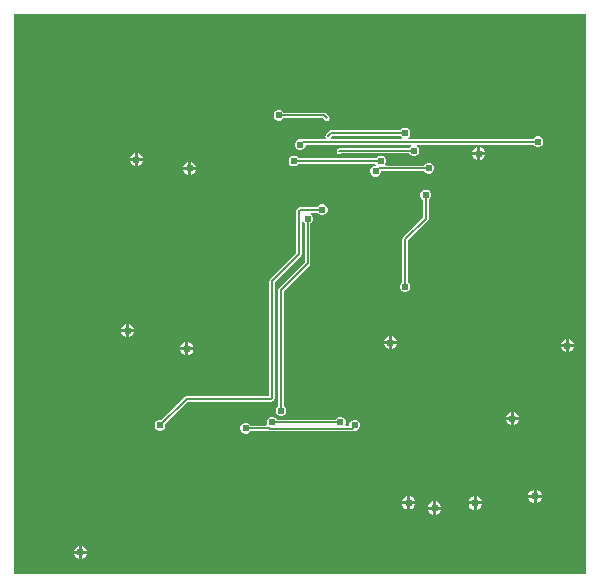
<source format=gbl>
G04*
G04 #@! TF.GenerationSoftware,Altium Limited,Altium Designer,22.9.1 (49)*
G04*
G04 Layer_Physical_Order=2*
G04 Layer_Color=16711680*
%FSLAX44Y44*%
%MOMM*%
G71*
G04*
G04 #@! TF.SameCoordinates,C56BC410-7C05-4C87-A6CA-29577A5DDFC1*
G04*
G04*
G04 #@! TF.FilePolarity,Positive*
G04*
G01*
G75*
%ADD40C,0.1524*%
%ADD41C,0.6096*%
G36*
X810856Y621643D02*
X326643D01*
Y1095856D01*
X810856D01*
Y621643D01*
D02*
G37*
%LPC*%
G36*
X551581Y1014476D02*
X549763D01*
X548082Y1013780D01*
X546796Y1012494D01*
X546100Y1010813D01*
Y1008995D01*
X546796Y1007314D01*
X548082Y1006028D01*
X549763Y1005332D01*
X551581D01*
X553262Y1006028D01*
X554548Y1007314D01*
X554655Y1007573D01*
X587893D01*
X589615Y1005852D01*
X590371Y1005347D01*
X591263Y1005169D01*
X592155Y1005347D01*
X592911Y1005852D01*
X593416Y1006608D01*
X593593Y1007500D01*
X593416Y1008392D01*
X592911Y1009148D01*
X590507Y1011552D01*
X589751Y1012057D01*
X588859Y1012235D01*
X554655D01*
X554548Y1012494D01*
X553262Y1013780D01*
X551581Y1014476D01*
D02*
G37*
G36*
X658409Y999572D02*
X656590D01*
X654910Y998876D01*
X653624Y997590D01*
X653517Y997331D01*
X595000D01*
X594108Y997153D01*
X593352Y996648D01*
X590752Y994048D01*
X590247Y993292D01*
X590069Y992400D01*
X590247Y991508D01*
X590484Y991153D01*
X589956Y989919D01*
X589921Y989883D01*
X571246D01*
X570354Y989705D01*
X569959Y989442D01*
X569615Y989584D01*
X567797D01*
X566116Y988888D01*
X564830Y987602D01*
X564134Y985921D01*
Y984103D01*
X564830Y982422D01*
X566116Y981136D01*
X567797Y980440D01*
X569615D01*
X571296Y981136D01*
X572582Y982422D01*
X573278Y984103D01*
Y985221D01*
X662339D01*
X662592Y983951D01*
X662410Y983876D01*
X661124Y982590D01*
X661017Y982331D01*
X602500D01*
X602057Y982243D01*
X601609Y982154D01*
X601609Y982153D01*
X601608Y982153D01*
X601249Y981913D01*
X600853Y981649D01*
X600252Y981049D01*
X599747Y980293D01*
X599569Y979401D01*
X599746Y978509D01*
X600251Y977753D01*
X601007Y977247D01*
X601899Y977069D01*
X602791Y977246D01*
X603424Y977669D01*
X661017D01*
X661124Y977410D01*
X662410Y976124D01*
X664090Y975428D01*
X665909D01*
X667590Y976124D01*
X668876Y977410D01*
X669572Y979091D01*
Y980910D01*
X668876Y982590D01*
X667590Y983876D01*
X667408Y983951D01*
X667661Y985221D01*
X766068D01*
X766176Y984962D01*
X767462Y983676D01*
X769142Y982980D01*
X770961D01*
X772642Y983676D01*
X773928Y984962D01*
X774624Y986643D01*
Y988461D01*
X773928Y990142D01*
X772642Y991428D01*
X770961Y992124D01*
X769142D01*
X767462Y991428D01*
X766176Y990142D01*
X766068Y989883D01*
X660412D01*
X660124Y990993D01*
X660119Y991153D01*
X661376Y992410D01*
X662072Y994090D01*
Y995909D01*
X661376Y997590D01*
X660090Y998876D01*
X658409Y999572D01*
D02*
G37*
G36*
X721270Y983022D02*
Y978770D01*
X725522D01*
X724737Y980665D01*
X723165Y982237D01*
X721270Y983022D01*
D02*
G37*
G36*
X718730D02*
X716835Y982237D01*
X715263Y980665D01*
X714478Y978770D01*
X718730D01*
Y983022D01*
D02*
G37*
G36*
X431270Y978022D02*
Y973770D01*
X435522D01*
X434737Y975665D01*
X433165Y977237D01*
X431270Y978022D01*
D02*
G37*
G36*
X428730D02*
X426835Y977237D01*
X425263Y975665D01*
X424478Y973770D01*
X428730D01*
Y978022D01*
D02*
G37*
G36*
X637687Y975868D02*
X635869D01*
X634188Y975172D01*
X632902Y973886D01*
X632795Y973627D01*
X567355D01*
X567248Y973886D01*
X565962Y975172D01*
X564281Y975868D01*
X562463D01*
X560782Y975172D01*
X559496Y973886D01*
X558800Y972205D01*
Y970387D01*
X559496Y968706D01*
X560782Y967420D01*
X562463Y966724D01*
X564281D01*
X565962Y967420D01*
X567248Y968706D01*
X567355Y968965D01*
X632230D01*
X632662Y968342D01*
X631999Y967072D01*
X631591D01*
X629910Y966376D01*
X628624Y965090D01*
X627928Y963409D01*
Y961591D01*
X628624Y959910D01*
X629910Y958624D01*
X631591Y957928D01*
X633409D01*
X635090Y958624D01*
X636376Y959910D01*
X637072Y961591D01*
Y962704D01*
X673551D01*
X673658Y962445D01*
X674945Y961158D01*
X676625Y960462D01*
X678444D01*
X680124Y961158D01*
X681410Y962445D01*
X682106Y964125D01*
Y965944D01*
X681410Y967624D01*
X680124Y968910D01*
X678444Y969606D01*
X676625D01*
X674945Y968910D01*
X673658Y967624D01*
X673551Y967365D01*
X641109D01*
X640583Y968635D01*
X640654Y968706D01*
X641350Y970387D01*
Y972205D01*
X640654Y973886D01*
X639368Y975172D01*
X637687Y975868D01*
D02*
G37*
G36*
X725522Y976230D02*
X721270D01*
Y971978D01*
X723165Y972763D01*
X724737Y974335D01*
X725522Y976230D01*
D02*
G37*
G36*
X718730D02*
X714478D01*
X715263Y974335D01*
X716835Y972763D01*
X718730Y971978D01*
Y976230D01*
D02*
G37*
G36*
X435522Y971230D02*
X431270D01*
Y966978D01*
X433165Y967763D01*
X434737Y969335D01*
X435522Y971230D01*
D02*
G37*
G36*
X428730D02*
X424478D01*
X425263Y969335D01*
X426835Y967763D01*
X428730Y966978D01*
Y971230D01*
D02*
G37*
G36*
X476270Y970522D02*
Y966270D01*
X480522D01*
X479737Y968165D01*
X478165Y969737D01*
X476270Y970522D01*
D02*
G37*
G36*
X473730D02*
X471835Y969737D01*
X470263Y968165D01*
X469478Y966270D01*
X473730D01*
Y970522D01*
D02*
G37*
G36*
X480522Y963730D02*
X476270D01*
Y959478D01*
X478165Y960263D01*
X479737Y961835D01*
X480522Y963730D01*
D02*
G37*
G36*
X473730D02*
X469478D01*
X470263Y961835D01*
X471835Y960263D01*
X473730Y959478D01*
Y963730D01*
D02*
G37*
G36*
X588409Y934572D02*
X586590D01*
X584910Y933876D01*
X583624Y932590D01*
X583517Y932331D01*
X568393D01*
X568392Y932331D01*
X568392Y932331D01*
X567948Y932243D01*
X567501Y932153D01*
X567500Y932153D01*
X567500Y932153D01*
X567120Y931899D01*
X566744Y931648D01*
X566744Y931648D01*
X566744Y931648D01*
X565851Y930755D01*
X565581Y930349D01*
X565347Y929999D01*
X565347Y929999D01*
X565346Y929998D01*
X565257Y929550D01*
X565169Y929107D01*
Y893465D01*
X543352Y871648D01*
X542847Y870892D01*
X542669Y870000D01*
Y772331D01*
X472500D01*
X471609Y772153D01*
X470852Y771648D01*
X451169Y751964D01*
X450910Y752072D01*
X449091D01*
X447410Y751376D01*
X446124Y750089D01*
X445428Y748409D01*
Y746590D01*
X446124Y744910D01*
X447410Y743624D01*
X449091Y742928D01*
X450910D01*
X452590Y743624D01*
X453876Y744910D01*
X454572Y746590D01*
Y748409D01*
X454465Y748668D01*
X473466Y767669D01*
X544107D01*
X544550Y767757D01*
X544999Y767846D01*
X544999Y767847D01*
X544999Y767847D01*
X545349Y768081D01*
X545755Y768351D01*
X546648Y769244D01*
X546648Y769244D01*
X546648Y769244D01*
X546899Y769620D01*
X547153Y770000D01*
X547153Y770000D01*
X547154Y770001D01*
X547243Y770448D01*
X547331Y770892D01*
X547331Y770892D01*
X547331Y770892D01*
Y869034D01*
X569148Y890852D01*
X569653Y891608D01*
X569831Y892500D01*
Y919714D01*
X571101Y919967D01*
X571124Y919910D01*
X572410Y918624D01*
X572669Y918517D01*
Y885965D01*
X550852Y864148D01*
X550346Y863392D01*
X550169Y862500D01*
Y763983D01*
X549910Y763876D01*
X548624Y762590D01*
X547928Y760909D01*
Y759091D01*
X548624Y757410D01*
X549910Y756124D01*
X551590Y755428D01*
X553409D01*
X555090Y756124D01*
X556376Y757410D01*
X557072Y759091D01*
Y760909D01*
X556376Y762590D01*
X555090Y763876D01*
X554831Y763983D01*
Y861535D01*
X576648Y883352D01*
X577154Y884108D01*
X577331Y885000D01*
Y918517D01*
X577590Y918624D01*
X578876Y919910D01*
X579572Y921591D01*
Y923410D01*
X578876Y925090D01*
X577590Y926376D01*
X577533Y926399D01*
X577786Y927669D01*
X583517D01*
X583624Y927410D01*
X584910Y926124D01*
X586590Y925428D01*
X588409D01*
X590090Y926124D01*
X591376Y927410D01*
X592072Y929091D01*
Y930910D01*
X591376Y932590D01*
X590090Y933876D01*
X588409Y934572D01*
D02*
G37*
G36*
X675909Y947072D02*
X674091D01*
X672410Y946376D01*
X671124Y945090D01*
X670428Y943409D01*
Y941591D01*
X671124Y939910D01*
X672410Y938624D01*
X672669Y938517D01*
Y923465D01*
X655852Y906648D01*
X655347Y905892D01*
X655169Y905000D01*
Y868983D01*
X654910Y868876D01*
X653624Y867590D01*
X652928Y865909D01*
Y864091D01*
X653624Y862410D01*
X654910Y861124D01*
X656591Y860428D01*
X658409D01*
X660090Y861124D01*
X661376Y862410D01*
X662072Y864091D01*
Y865909D01*
X661376Y867590D01*
X660090Y868876D01*
X659831Y868983D01*
Y904035D01*
X676648Y920852D01*
X677153Y921608D01*
X677331Y922500D01*
Y938517D01*
X677590Y938624D01*
X678876Y939910D01*
X679572Y941591D01*
Y943409D01*
X678876Y945090D01*
X677590Y946376D01*
X675909Y947072D01*
D02*
G37*
G36*
X423770Y833022D02*
Y828770D01*
X428022D01*
X427237Y830665D01*
X425665Y832237D01*
X423770Y833022D01*
D02*
G37*
G36*
X421230D02*
X419335Y832237D01*
X417763Y830665D01*
X416978Y828770D01*
X421230D01*
Y833022D01*
D02*
G37*
G36*
X428022Y826230D02*
X423770D01*
Y821978D01*
X425665Y822763D01*
X427237Y824335D01*
X428022Y826230D01*
D02*
G37*
G36*
X421230D02*
X416978D01*
X417763Y824335D01*
X419335Y822763D01*
X421230Y821978D01*
Y826230D01*
D02*
G37*
G36*
X646270Y823022D02*
Y818770D01*
X650522D01*
X649737Y820665D01*
X648165Y822237D01*
X646270Y823022D01*
D02*
G37*
G36*
X643730D02*
X641835Y822237D01*
X640263Y820665D01*
X639478Y818770D01*
X643730D01*
Y823022D01*
D02*
G37*
G36*
X796270Y820522D02*
Y816270D01*
X800522D01*
X799737Y818165D01*
X798165Y819737D01*
X796270Y820522D01*
D02*
G37*
G36*
X793730D02*
X791835Y819737D01*
X790263Y818165D01*
X789478Y816270D01*
X793730D01*
Y820522D01*
D02*
G37*
G36*
X474070Y818022D02*
Y813770D01*
X478322D01*
X477537Y815665D01*
X475965Y817237D01*
X474070Y818022D01*
D02*
G37*
G36*
X471530D02*
X469635Y817237D01*
X468063Y815665D01*
X467277Y813770D01*
X471530D01*
Y818022D01*
D02*
G37*
G36*
X650522Y816230D02*
X646270D01*
Y811978D01*
X648165Y812763D01*
X649737Y814335D01*
X650522Y816230D01*
D02*
G37*
G36*
X643730D02*
X639478D01*
X640263Y814335D01*
X641835Y812763D01*
X643730Y811978D01*
Y816230D01*
D02*
G37*
G36*
X800522Y813730D02*
X796270D01*
Y809478D01*
X798165Y810263D01*
X799737Y811835D01*
X800522Y813730D01*
D02*
G37*
G36*
X793730D02*
X789478D01*
X790263Y811835D01*
X791835Y810263D01*
X793730Y809478D01*
Y813730D01*
D02*
G37*
G36*
X478322Y811230D02*
X474070D01*
Y806978D01*
X475965Y807763D01*
X477537Y809335D01*
X478322Y811230D01*
D02*
G37*
G36*
X471530D02*
X467277D01*
X468063Y809335D01*
X469635Y807763D01*
X471530Y806978D01*
Y811230D01*
D02*
G37*
G36*
X749520Y758772D02*
Y754520D01*
X753772D01*
X752987Y756415D01*
X751415Y757987D01*
X749520Y758772D01*
D02*
G37*
G36*
X746980D02*
X745085Y757987D01*
X743513Y756415D01*
X742728Y754520D01*
X746980D01*
Y758772D01*
D02*
G37*
G36*
X603410Y754572D02*
X601591D01*
X599910Y753876D01*
X598624Y752590D01*
X598517Y752331D01*
X548983D01*
X548876Y752590D01*
X547590Y753876D01*
X545910Y754572D01*
X544091D01*
X542410Y753876D01*
X541124Y752590D01*
X540428Y750909D01*
Y749091D01*
X540631Y748601D01*
X539783Y747331D01*
X526483D01*
X526376Y747590D01*
X525090Y748876D01*
X523409Y749572D01*
X521590D01*
X519910Y748876D01*
X518624Y747590D01*
X517928Y745909D01*
Y744090D01*
X518624Y742410D01*
X519910Y741124D01*
X521590Y740428D01*
X523409D01*
X525090Y741124D01*
X526376Y742410D01*
X526483Y742669D01*
X541665D01*
X541898Y742513D01*
X542790Y742335D01*
X612166D01*
X613058Y742513D01*
X613814Y743018D01*
X613831Y743035D01*
X614090Y742928D01*
X615909D01*
X617590Y743624D01*
X618876Y744910D01*
X619572Y746591D01*
Y748409D01*
X618876Y750090D01*
X617590Y751376D01*
X615909Y752072D01*
X614090D01*
X612410Y751376D01*
X611124Y750090D01*
X610428Y748409D01*
Y746997D01*
X607580D01*
X606731Y748267D01*
X607072Y749091D01*
Y750909D01*
X606376Y752590D01*
X605090Y753876D01*
X603410Y754572D01*
D02*
G37*
G36*
X753772Y751980D02*
X749520D01*
Y747728D01*
X751415Y748513D01*
X752987Y750085D01*
X753772Y751980D01*
D02*
G37*
G36*
X746980D02*
X742728D01*
X743513Y750085D01*
X745085Y748513D01*
X746980Y747728D01*
Y751980D01*
D02*
G37*
G36*
X768770Y693023D02*
Y688770D01*
X773022D01*
X772237Y690666D01*
X770665Y692237D01*
X768770Y693023D01*
D02*
G37*
G36*
X766230D02*
X764335Y692237D01*
X762763Y690666D01*
X761978Y688770D01*
X766230D01*
Y693023D01*
D02*
G37*
G36*
X661970Y687322D02*
Y683070D01*
X666223D01*
X665437Y684965D01*
X663866Y686537D01*
X661970Y687322D01*
D02*
G37*
G36*
X659430D02*
X657535Y686537D01*
X655963Y684965D01*
X655178Y683070D01*
X659430D01*
Y687322D01*
D02*
G37*
G36*
X718020Y687272D02*
Y683020D01*
X722272D01*
X721487Y684915D01*
X719915Y686487D01*
X718020Y687272D01*
D02*
G37*
G36*
X715480D02*
X713585Y686487D01*
X712013Y684915D01*
X711227Y683020D01*
X715480D01*
Y687272D01*
D02*
G37*
G36*
X773022Y686230D02*
X768770D01*
Y681978D01*
X770665Y682763D01*
X772237Y684335D01*
X773022Y686230D01*
D02*
G37*
G36*
X766230D02*
X761978D01*
X762763Y684335D01*
X764335Y682763D01*
X766230Y681978D01*
Y686230D01*
D02*
G37*
G36*
X683770Y683022D02*
Y678770D01*
X688022D01*
X687237Y680665D01*
X685665Y682237D01*
X683770Y683022D01*
D02*
G37*
G36*
X681230D02*
X679335Y682237D01*
X677763Y680665D01*
X676978Y678770D01*
X681230D01*
Y683022D01*
D02*
G37*
G36*
X666223Y680530D02*
X661970D01*
Y676277D01*
X663866Y677063D01*
X665437Y678634D01*
X666223Y680530D01*
D02*
G37*
G36*
X659430D02*
X655178D01*
X655963Y678634D01*
X657535Y677063D01*
X659430Y676277D01*
Y680530D01*
D02*
G37*
G36*
X722272Y680480D02*
X718020D01*
Y676228D01*
X719915Y677013D01*
X721487Y678585D01*
X722272Y680480D01*
D02*
G37*
G36*
X715480D02*
X711227D01*
X712013Y678585D01*
X713585Y677013D01*
X715480Y676228D01*
Y680480D01*
D02*
G37*
G36*
X688022Y676230D02*
X683770D01*
Y671978D01*
X685665Y672763D01*
X687237Y674335D01*
X688022Y676230D01*
D02*
G37*
G36*
X681230D02*
X676978D01*
X677763Y674335D01*
X679335Y672763D01*
X681230Y671978D01*
Y676230D01*
D02*
G37*
G36*
X383770Y645522D02*
Y641270D01*
X388022D01*
X387237Y643165D01*
X385665Y644737D01*
X383770Y645522D01*
D02*
G37*
G36*
X381230D02*
X379335Y644737D01*
X377763Y643165D01*
X376978Y641270D01*
X381230D01*
Y645522D01*
D02*
G37*
G36*
X388022Y638730D02*
X383770D01*
Y634478D01*
X385665Y635263D01*
X387237Y636835D01*
X388022Y638730D01*
D02*
G37*
G36*
X381230D02*
X376978D01*
X377763Y636835D01*
X379335Y635263D01*
X381230Y634478D01*
Y638730D01*
D02*
G37*
%LPD*%
G36*
X653624Y992410D02*
X654881Y991153D01*
X654876Y990993D01*
X654587Y989883D01*
X594975D01*
X594449Y991153D01*
X595965Y992669D01*
X653517D01*
X653624Y992410D01*
D02*
G37*
D40*
X472500Y770000D02*
X544107D01*
X450000Y747500D02*
X472500Y770000D01*
X544107D02*
X545000Y770892D01*
X612166Y744666D02*
X615000Y747500D01*
X657500Y865000D02*
Y905000D01*
X675000Y922500D01*
Y942500D01*
X545000Y750000D02*
X602500D01*
X522500Y745000D02*
X542457D01*
X552500Y760000D02*
Y862500D01*
X542457Y745000D02*
X542790Y744666D01*
X612166D01*
X632500Y962500D02*
X635034Y965034D01*
X677534D01*
X563372Y971296D02*
X636778D01*
X575000Y885000D02*
Y922500D01*
X552500Y862500D02*
X575000Y885000D01*
X568393Y930000D02*
X587500D01*
X567500Y892500D02*
Y929107D01*
X545000Y770892D02*
Y870000D01*
X567500Y929107D02*
X568393Y930000D01*
X545000Y870000D02*
X567500Y892500D01*
X571246Y987552D02*
X770052D01*
X568706Y985012D02*
X571246Y987552D01*
X588859Y1009904D02*
X591263Y1007500D01*
X550672Y1009904D02*
X588859D01*
X602500Y980000D02*
X665000D01*
X601900Y979400D02*
X602500Y980000D01*
X595000Y995000D02*
X657500D01*
X592400Y992400D02*
X595000Y995000D01*
D41*
X645000Y817500D02*
D03*
X748250Y753250D02*
D03*
X382500Y640000D02*
D03*
X472800Y812500D02*
D03*
X450000Y747500D02*
D03*
X422500Y827500D02*
D03*
X767500Y687500D02*
D03*
X795000Y815000D02*
D03*
X720000Y977500D02*
D03*
X475000Y965000D02*
D03*
X430000Y972500D02*
D03*
X615000Y747500D02*
D03*
X716750Y681750D02*
D03*
X682500Y677500D02*
D03*
X660700Y681800D02*
D03*
X657500Y865000D02*
D03*
X675000Y942500D02*
D03*
X552500Y760000D02*
D03*
X545000Y750000D02*
D03*
X632500Y962500D02*
D03*
X636778Y971296D02*
D03*
X677534Y965034D02*
D03*
X770052Y987552D02*
D03*
X568706Y985012D02*
D03*
X550672Y1009904D02*
D03*
X563372Y971296D02*
D03*
X602500Y750000D02*
D03*
X522500Y745000D02*
D03*
X575000Y922500D02*
D03*
X587500Y930000D02*
D03*
X665000Y980000D02*
D03*
X657500Y995000D02*
D03*
M02*

</source>
